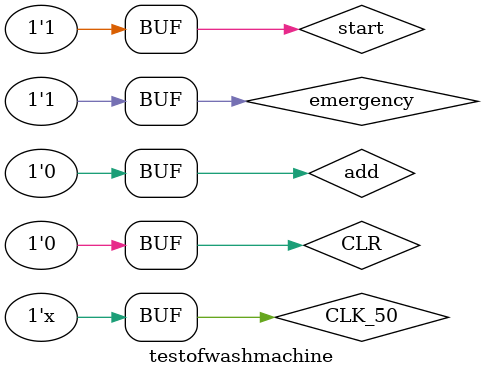
<source format=v>
`timescale 1ns / 1ps


module testofwashmachine;

	// Inputs
	reg add;
	reg CLK_50;
	reg start;
	reg emergency;
	reg CLR;

	// Outputs
	wire forward;
	wire backward;
	wire off;
	wire alarm;
	wire [6:0] HEX0;
	wire [1:0] SEL;

	// Instantiate the Unit Under Test (UUT)
	top_washmachine uut (
		.add(add), 
		.CLK_50(CLK_50), 
		.start(start), 
		.emergency(emergency), 
		.CLR(CLR), 
		.forward(forward), 
		.backward(backward), 
		.off(off), 
		.alarm(alarm), 
		.HEX0(HEX0), 
		.SEL(SEL)
	);

	initial begin
		// Initialize Inputs
		add = 0;
		CLK_50 = 0;
		start = 0;
		emergency =1;
		CLR = 0;

		// Wait 100 ns for global reset to finish
		#100;
		add=1;
		#100;
		add=0;
		CLK_50=1;
		#100;
		start=1;
		#100;
		CLR=1;
		#10;
		CLR=0;
		// Add stimulus here
     
	end
	
	always #20 CLK_50=~CLK_50;
      
endmodule


</source>
